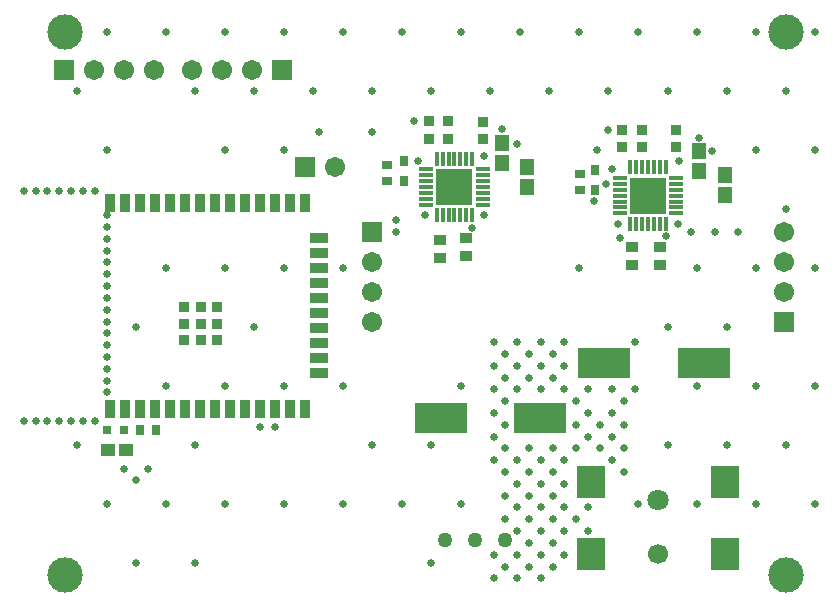
<source format=gbr>
%TF.GenerationSoftware,Altium Limited,Altium Designer,22.10.1 (41)*%
G04 Layer_Color=8388736*
%FSLAX45Y45*%
%MOMM*%
%TF.SameCoordinates,C9E4A285-3493-4599-8121-F693CE24ADE7*%
%TF.FilePolarity,Negative*%
%TF.FileFunction,Soldermask,Top*%
%TF.Part,Single*%
G01*
G75*
%TA.AperFunction,BGAPad,CuDef*%
%ADD10R,0.90000X0.90000*%
%TA.AperFunction,SMDPad,CuDef*%
%ADD11R,0.90000X1.50000*%
%ADD12R,1.50000X0.90000*%
%ADD13R,0.80000X0.90000*%
%ADD14R,3.15000X3.15000*%
%ADD15R,0.30000X1.15000*%
%ADD16R,1.15000X0.30000*%
%ADD18R,1.25814X1.01213*%
%ADD19R,0.80000X0.75000*%
%ADD20R,0.65872X0.81213*%
%ADD21R,4.40000X2.50000*%
%ADD22R,0.81213X0.65872*%
%ADD23R,0.96213X0.86370*%
%ADD24R,2.40000X2.80000*%
%ADD26R,0.91213X0.95872*%
%TA.AperFunction,ComponentPad*%
%ADD28C,1.27000*%
%ADD32C,1.80000*%
%ADD33C,1.70000*%
%TA.AperFunction,SMDPad,CuDef*%
%ADD49R,1.10320X0.90320*%
%ADD50R,1.30320X1.45320*%
%TA.AperFunction,ComponentPad*%
%ADD51C,1.70320*%
%ADD52R,1.70320X1.70320*%
%ADD53R,1.70320X1.70320*%
%TA.AperFunction,ViaPad*%
%ADD54C,0.65320*%
%ADD55C,3.00000*%
D10*
X1409100Y2667000D02*
D03*
X1549100D02*
D03*
X1689100D02*
D03*
Y2387000D02*
D03*
X1549100D02*
D03*
X1409100D02*
D03*
X1689100Y2527000D02*
D03*
X1549100D02*
D03*
X1409100D02*
D03*
D11*
X777100Y3552000D02*
D03*
X904100D02*
D03*
X1031100D02*
D03*
X1158100D02*
D03*
X1285100D02*
D03*
X1412100D02*
D03*
X1539100D02*
D03*
X1666100D02*
D03*
X1793100D02*
D03*
X1920100D02*
D03*
X2047100D02*
D03*
X2174100D02*
D03*
X2301100D02*
D03*
X2428100D02*
D03*
Y1802000D02*
D03*
X2301100D02*
D03*
X2174100D02*
D03*
X2047100D02*
D03*
X1920100D02*
D03*
X1793100D02*
D03*
X1666100D02*
D03*
X1539100D02*
D03*
X1412100D02*
D03*
X1285100D02*
D03*
X1158100D02*
D03*
X1031100D02*
D03*
X777100D02*
D03*
X904100D02*
D03*
D12*
X2553100Y3248500D02*
D03*
Y3121500D02*
D03*
Y2994500D02*
D03*
Y2867500D02*
D03*
Y2740500D02*
D03*
Y2613500D02*
D03*
Y2486500D02*
D03*
Y2359500D02*
D03*
Y2232500D02*
D03*
Y2105500D02*
D03*
D13*
X4889500Y3661500D02*
D03*
Y3831500D02*
D03*
X3266440Y3735160D02*
D03*
Y3905160D02*
D03*
D14*
X5334000Y3610000D02*
D03*
X3695700Y3683000D02*
D03*
D15*
X5484000Y3370000D02*
D03*
X5434000D02*
D03*
X5384000D02*
D03*
X5334000D02*
D03*
X5284000D02*
D03*
X5234000D02*
D03*
X5184000D02*
D03*
Y3850000D02*
D03*
X5234000D02*
D03*
X5284000D02*
D03*
X5334000D02*
D03*
X5384000D02*
D03*
X5434000D02*
D03*
X5484000D02*
D03*
X3845700Y3923000D02*
D03*
X3795700D02*
D03*
X3745700D02*
D03*
X3695700D02*
D03*
X3645700D02*
D03*
X3595700D02*
D03*
X3545700D02*
D03*
Y3443000D02*
D03*
X3595700D02*
D03*
X3645700D02*
D03*
X3695700D02*
D03*
X3745700D02*
D03*
X3795700D02*
D03*
X3845700D02*
D03*
D16*
X5094000Y3460000D02*
D03*
Y3510000D02*
D03*
Y3560000D02*
D03*
Y3610000D02*
D03*
Y3660000D02*
D03*
Y3710000D02*
D03*
Y3760000D02*
D03*
X5574000D02*
D03*
Y3710000D02*
D03*
Y3660000D02*
D03*
Y3610000D02*
D03*
Y3560000D02*
D03*
Y3510000D02*
D03*
Y3460000D02*
D03*
X3935700Y3533000D02*
D03*
Y3583000D02*
D03*
Y3633000D02*
D03*
Y3683000D02*
D03*
Y3733000D02*
D03*
Y3783000D02*
D03*
Y3833000D02*
D03*
X3455700D02*
D03*
Y3783000D02*
D03*
Y3733000D02*
D03*
Y3683000D02*
D03*
Y3633000D02*
D03*
Y3583000D02*
D03*
Y3533000D02*
D03*
D18*
X918439Y1455420D02*
D03*
X763041D02*
D03*
D19*
X900500Y1623060D02*
D03*
X750500D02*
D03*
D20*
X1164951D02*
D03*
X1029609D02*
D03*
D21*
X4964800Y2197100D02*
D03*
X5804800D02*
D03*
X3580500Y1727200D02*
D03*
X4420500D02*
D03*
D22*
X4762500Y3658509D02*
D03*
Y3793851D02*
D03*
X3126740Y3872591D02*
D03*
Y3737249D02*
D03*
D23*
X5283200Y4167419D02*
D03*
Y4021541D02*
D03*
X5118100D02*
D03*
Y4167419D02*
D03*
X3644900Y4092661D02*
D03*
Y4238539D02*
D03*
X3479800Y4092661D02*
D03*
Y4238539D02*
D03*
D24*
X5990000Y1190000D02*
D03*
X4850000D02*
D03*
X5990000Y580000D02*
D03*
X4850000D02*
D03*
D26*
X3939540Y4090389D02*
D03*
Y4235731D02*
D03*
X5572760Y4021809D02*
D03*
Y4167151D02*
D03*
D28*
X3611880Y693420D02*
D03*
X3865880D02*
D03*
X4119880D02*
D03*
D32*
X5420000Y1030000D02*
D03*
D33*
Y580000D02*
D03*
D49*
X5435600Y3176340D02*
D03*
Y3026340D02*
D03*
X5199380Y3023800D02*
D03*
Y3173800D02*
D03*
X3571240Y3234760D02*
D03*
Y3084760D02*
D03*
X3794760Y3100000D02*
D03*
Y3250000D02*
D03*
D50*
X4310000Y3855000D02*
D03*
Y3685000D02*
D03*
X4100000Y3885000D02*
D03*
Y4055000D02*
D03*
X5986780Y3785780D02*
D03*
Y3615780D02*
D03*
X5768340Y3816440D02*
D03*
Y3986440D02*
D03*
D51*
X2997200Y2540000D02*
D03*
Y2794000D02*
D03*
Y3048000D02*
D03*
X1470000Y4670000D02*
D03*
X1724000D02*
D03*
X1978000D02*
D03*
X1155700Y4673600D02*
D03*
X901700D02*
D03*
X647700D02*
D03*
X2687320Y3853180D02*
D03*
X6489700Y2794000D02*
D03*
Y3048000D02*
D03*
Y3302000D02*
D03*
D52*
X2997200D02*
D03*
X6489700Y2540000D02*
D03*
D53*
X2232000Y4670000D02*
D03*
X393700Y4673600D02*
D03*
X2433320Y3853180D02*
D03*
D54*
X5880100Y3987800D02*
D03*
X5765800Y4102100D02*
D03*
X4102100Y4178300D02*
D03*
X4229100Y4051300D02*
D03*
X5100000Y3250000D02*
D03*
X3000000Y4150000D02*
D03*
X2550000D02*
D03*
X5600000Y3900000D02*
D03*
X3950000Y3950000D02*
D03*
X4900000Y4000000D02*
D03*
X6100000Y3300000D02*
D03*
X5900000D02*
D03*
X5700000D02*
D03*
X3200000D02*
D03*
Y3400000D02*
D03*
X750774Y1944489D02*
D03*
Y2044489D02*
D03*
Y2144489D02*
D03*
Y2244489D02*
D03*
Y2344489D02*
D03*
Y2444489D02*
D03*
Y2544489D02*
D03*
Y2644489D02*
D03*
Y2744489D02*
D03*
Y2844489D02*
D03*
Y2944489D02*
D03*
Y3044489D02*
D03*
Y3144489D02*
D03*
Y3244489D02*
D03*
X6750000Y5000000D02*
D03*
X6500000Y4500000D02*
D03*
X6750000Y4000000D02*
D03*
X6500000Y3500000D02*
D03*
X6750000Y3000000D02*
D03*
Y2000000D02*
D03*
X6500000Y1500000D02*
D03*
X6750000Y1000000D02*
D03*
X6500000Y500000D02*
D03*
X6250000Y5000000D02*
D03*
X6000000Y4500000D02*
D03*
X6250000Y4000000D02*
D03*
Y3000000D02*
D03*
X6000000Y2500000D02*
D03*
X6250000Y2000000D02*
D03*
X6000000Y1500000D02*
D03*
X6250000Y1000000D02*
D03*
X5750000Y5000000D02*
D03*
X5500000Y4500000D02*
D03*
X5750000Y3000000D02*
D03*
X5500000Y2500000D02*
D03*
X5750000Y2000000D02*
D03*
X5500000Y1500000D02*
D03*
X5750000Y1000000D02*
D03*
X5250000Y5000000D02*
D03*
X5000000Y4500000D02*
D03*
X5250000Y1000000D02*
D03*
X4750000Y5000000D02*
D03*
X4500000Y4500000D02*
D03*
X4750000Y3000000D02*
D03*
X4250000Y5000000D02*
D03*
X4000000Y4500000D02*
D03*
X3750000Y5000000D02*
D03*
X3500000Y4500000D02*
D03*
X3750000Y2000000D02*
D03*
X3500000Y1500000D02*
D03*
X3750000Y1000000D02*
D03*
X3500000Y500000D02*
D03*
X3250000Y5000000D02*
D03*
X3000000Y4500000D02*
D03*
Y1500000D02*
D03*
X3250000Y1000000D02*
D03*
X2750000Y5000000D02*
D03*
X2500000Y4500000D02*
D03*
X2750000Y3000000D02*
D03*
Y2000000D02*
D03*
Y1000000D02*
D03*
X2250000Y5000000D02*
D03*
X2000000Y4500000D02*
D03*
X2250000Y4000000D02*
D03*
Y3000000D02*
D03*
X2000000Y2500000D02*
D03*
X2250000Y2000000D02*
D03*
Y1000000D02*
D03*
X1750000Y5000000D02*
D03*
X1500000Y4500000D02*
D03*
X1750000Y4000000D02*
D03*
Y3000000D02*
D03*
Y2000000D02*
D03*
X1500000Y1500000D02*
D03*
X1750000Y1000000D02*
D03*
X1500000Y500000D02*
D03*
X1250000Y5000000D02*
D03*
Y3000000D02*
D03*
X1000000Y2500000D02*
D03*
X1250000Y2000000D02*
D03*
Y1000000D02*
D03*
X1000000Y500000D02*
D03*
X750000Y5000000D02*
D03*
X500000Y4500000D02*
D03*
X750000Y4000000D02*
D03*
X500000Y1500000D02*
D03*
X750000Y1000000D02*
D03*
X750774Y3344489D02*
D03*
Y3444489D02*
D03*
X650000Y3650000D02*
D03*
X550000D02*
D03*
X450000D02*
D03*
X350000D02*
D03*
X250000D02*
D03*
X50000D02*
D03*
X150000D02*
D03*
X650000Y1700000D02*
D03*
X550000D02*
D03*
X450000D02*
D03*
X350000D02*
D03*
X250000D02*
D03*
X50000D02*
D03*
X150000D02*
D03*
X4995000Y4167419D02*
D03*
X3356700Y4238539D02*
D03*
X5029200Y3833520D02*
D03*
X3390900Y3906520D02*
D03*
X3948530Y3442790D02*
D03*
X5586900Y3369860D02*
D03*
X5483860Y3267100D02*
D03*
X5081100Y3370140D02*
D03*
X3442800Y3443140D02*
D03*
X3845560Y3340100D02*
D03*
X4027502Y1769899D02*
D03*
X4027502Y1969899D02*
D03*
X4027502Y2169899D02*
D03*
X4027502Y2369899D02*
D03*
X4427502Y2369898D02*
D03*
X5227502Y2369897D02*
D03*
X5227501Y1969898D02*
D03*
X5027501Y1969898D02*
D03*
X5127500Y1269898D02*
D03*
X5127501Y1469898D02*
D03*
X5027500Y1369898D02*
D03*
X5027501Y1569898D02*
D03*
X5127501Y1669898D02*
D03*
X5127501Y1869898D02*
D03*
X4627502Y2169898D02*
D03*
X4627502Y2369898D02*
D03*
X4127502Y2269899D02*
D03*
X4127502Y2069899D02*
D03*
X4227502Y2369898D02*
D03*
X4227502Y2169899D02*
D03*
X4527502Y2269898D02*
D03*
X4327502Y2269898D02*
D03*
X4127502Y1869899D02*
D03*
X4127502Y1669899D02*
D03*
X4227502Y1969899D02*
D03*
X4327502Y2069899D02*
D03*
X4427502Y2169898D02*
D03*
X4427502Y1969899D02*
D03*
X4527502Y2069898D02*
D03*
X4827501Y1969898D02*
D03*
X4627502Y1969898D02*
D03*
X4727501Y1869898D02*
D03*
X4727501Y1669898D02*
D03*
X5027501Y1769898D02*
D03*
X4827501Y1769898D02*
D03*
X4927501Y1469898D02*
D03*
X4927501Y1669898D02*
D03*
X4827501Y1569898D02*
D03*
X4727501Y1469899D02*
D03*
X4527501Y1469899D02*
D03*
X4027501Y1569899D02*
D03*
X4327501Y1469899D02*
D03*
X4127501Y1469899D02*
D03*
X4627501Y1369899D02*
D03*
X4427501Y1369899D02*
D03*
X4227501Y1369899D02*
D03*
X4027501Y1369899D02*
D03*
X4627500Y969899D02*
D03*
X4627501Y1169899D02*
D03*
X4527501Y1269899D02*
D03*
X4327501Y1269899D02*
D03*
X4127501Y1269899D02*
D03*
X4127501Y1069900D02*
D03*
X4427501Y1169899D02*
D03*
X4227501Y1169899D02*
D03*
X4527500Y1069899D02*
D03*
X4327501Y1069899D02*
D03*
X4827500Y769899D02*
D03*
X4827500Y969899D02*
D03*
X4727500Y869899D02*
D03*
X4527500Y469899D02*
D03*
X4627500Y569899D02*
D03*
X4627500Y769899D02*
D03*
X4427500Y369900D02*
D03*
X4427500Y569900D02*
D03*
X4527500Y669899D02*
D03*
X4527500Y869899D02*
D03*
X4427500Y969899D02*
D03*
X4227501Y969900D02*
D03*
X4327500Y869899D02*
D03*
X4127501Y869900D02*
D03*
X4427500Y769899D02*
D03*
X4227500Y769900D02*
D03*
X4327500Y469900D02*
D03*
X4327500Y669900D02*
D03*
X4227500Y569900D02*
D03*
X4027500Y569900D02*
D03*
X4227500Y369900D02*
D03*
X4127500Y469900D02*
D03*
X4027500Y369900D02*
D03*
X4878340Y3562080D02*
D03*
X2174100Y1653680D02*
D03*
X4978400Y3708400D02*
D03*
X2047240Y1653540D02*
D03*
X1100000Y1299999D02*
D03*
X1000000Y1200000D02*
D03*
X900000Y1300000D02*
D03*
D55*
X6500000Y5000000D02*
D03*
X400000D02*
D03*
Y400000D02*
D03*
X6500000D02*
D03*
%TF.MD5,e2835eb12cd04addbda54185dafdf82e*%
M02*

</source>
